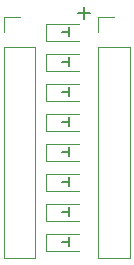
<source format=gbr>
G04 #@! TF.FileFunction,Legend,Top*
%FSLAX46Y46*%
G04 Gerber Fmt 4.6, Leading zero omitted, Abs format (unit mm)*
G04 Created by KiCad (PCBNEW 4.0.7) date 11/15/17 16:50:02*
%MOMM*%
%LPD*%
G01*
G04 APERTURE LIST*
%ADD10C,0.100000*%
%ADD11C,0.200000*%
%ADD12C,0.120000*%
%ADD13C,0.150000*%
G04 APERTURE END LIST*
D10*
D11*
X166900000Y-111500000D02*
X165900000Y-111500000D01*
X166400000Y-112000000D02*
X166400000Y-111000000D01*
D12*
X167617600Y-132219200D02*
X170277600Y-132219200D01*
X167617600Y-114379200D02*
X167617600Y-132219200D01*
X170277600Y-114379200D02*
X170277600Y-132219200D01*
X167617600Y-114379200D02*
X170277600Y-114379200D01*
X167617600Y-113109200D02*
X167617600Y-111779200D01*
X167617600Y-111779200D02*
X168947600Y-111779200D01*
X159617600Y-132219200D02*
X162277600Y-132219200D01*
X159617600Y-114379200D02*
X159617600Y-132219200D01*
X162277600Y-114379200D02*
X162277600Y-132219200D01*
X159617600Y-114379200D02*
X162277600Y-114379200D01*
X159617600Y-113109200D02*
X159617600Y-111779200D01*
X159617600Y-111779200D02*
X160947600Y-111779200D01*
D13*
X165147600Y-130889200D02*
X164547600Y-130889200D01*
X165147600Y-130439200D02*
X165147600Y-131239200D01*
D12*
X163147600Y-130189200D02*
X163147600Y-131589200D01*
X163147600Y-131589200D02*
X165947600Y-131589200D01*
X163147600Y-130189200D02*
X165947600Y-130189200D01*
D13*
X165147600Y-128349200D02*
X164547600Y-128349200D01*
X165147600Y-127899200D02*
X165147600Y-128699200D01*
D12*
X163147600Y-127649200D02*
X163147600Y-129049200D01*
X163147600Y-129049200D02*
X165947600Y-129049200D01*
X163147600Y-127649200D02*
X165947600Y-127649200D01*
D13*
X165147600Y-125809200D02*
X164547600Y-125809200D01*
X165147600Y-125359200D02*
X165147600Y-126159200D01*
D12*
X163147600Y-125109200D02*
X163147600Y-126509200D01*
X163147600Y-126509200D02*
X165947600Y-126509200D01*
X163147600Y-125109200D02*
X165947600Y-125109200D01*
D13*
X165147600Y-123269200D02*
X164547600Y-123269200D01*
X165147600Y-122819200D02*
X165147600Y-123619200D01*
D12*
X163147600Y-122569200D02*
X163147600Y-123969200D01*
X163147600Y-123969200D02*
X165947600Y-123969200D01*
X163147600Y-122569200D02*
X165947600Y-122569200D01*
D13*
X165147600Y-120729200D02*
X164547600Y-120729200D01*
X165147600Y-120279200D02*
X165147600Y-121079200D01*
D12*
X163147600Y-120029200D02*
X163147600Y-121429200D01*
X163147600Y-121429200D02*
X165947600Y-121429200D01*
X163147600Y-120029200D02*
X165947600Y-120029200D01*
D13*
X165147600Y-118189200D02*
X164547600Y-118189200D01*
X165147600Y-117739200D02*
X165147600Y-118539200D01*
D12*
X163147600Y-117489200D02*
X163147600Y-118889200D01*
X163147600Y-118889200D02*
X165947600Y-118889200D01*
X163147600Y-117489200D02*
X165947600Y-117489200D01*
D13*
X165147600Y-115649200D02*
X164547600Y-115649200D01*
X165147600Y-115199200D02*
X165147600Y-115999200D01*
D12*
X163147600Y-114949200D02*
X163147600Y-116349200D01*
X163147600Y-116349200D02*
X165947600Y-116349200D01*
X163147600Y-114949200D02*
X165947600Y-114949200D01*
D13*
X165147600Y-113109200D02*
X164547600Y-113109200D01*
X165147600Y-112659200D02*
X165147600Y-113459200D01*
D12*
X163147600Y-112409200D02*
X163147600Y-113809200D01*
X163147600Y-113809200D02*
X165947600Y-113809200D01*
X163147600Y-112409200D02*
X165947600Y-112409200D01*
D10*
M02*

</source>
